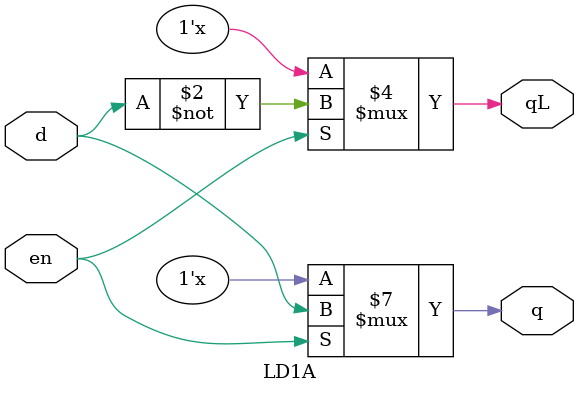
<source format=sv>
/* transparent latch - active high? */

module LD1A
(
    input d,
    input en,
    output reg q,
    output reg qL
);

always @(en or d)
begin
	if (en) begin
        q = d;
        qL = ~d;
	end
end

endmodule
</source>
